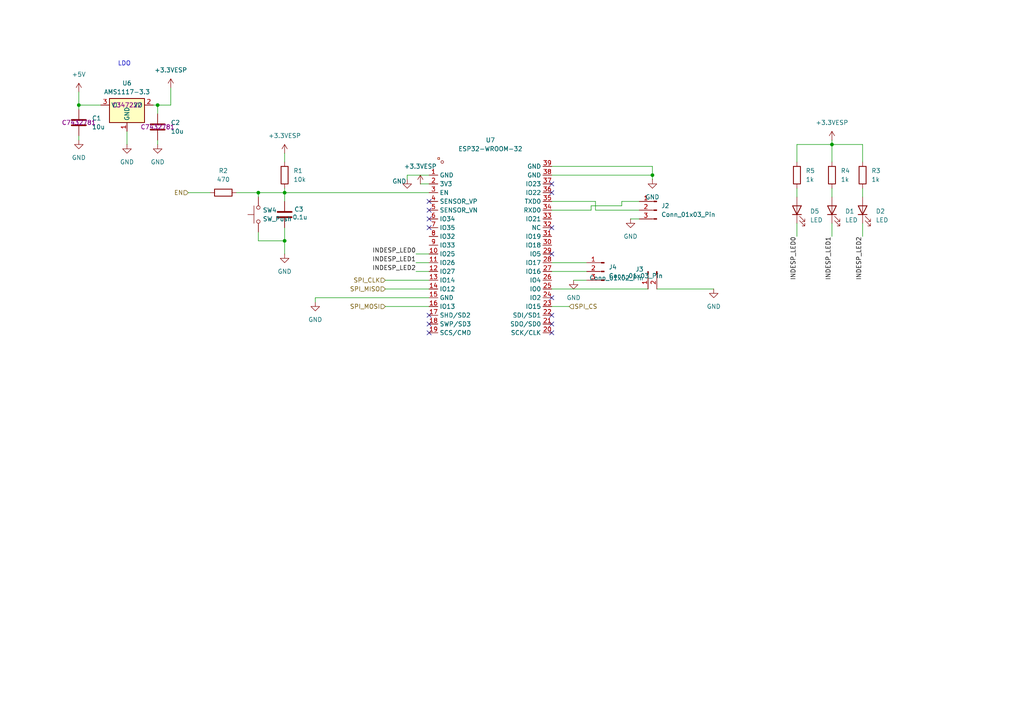
<source format=kicad_sch>
(kicad_sch (version 20250114) (generator "eeschema") (generator_version "9.0")
  (paper "A4")
  (lib_symbols
    (symbol "Connector:Conn_01x02_Pin" (pin_names (offset 1.016) (hide yes))
      (property "Reference" "J" (at 0 2.54 0))
      (property "Value" "Conn_01x02_Pin" (at 0 -5.08 0))
      (symbol "Conn_01x02_Pin_1_1"
        (rectangle (start 0.8636 0.127) (end 0 -0.127) (stroke (width 0.1524)) (fill (type outline)))
        (rectangle (start 0.8636 -2.413) (end 0 -2.667) (stroke (width 0.1524)) (fill (type outline)))
        (polyline (pts (xy 1.27 0) (xy 0.8636 0)) (stroke (width 0.1524)))
        (polyline (pts (xy 1.27 -2.54) (xy 0.8636 -2.54)) (stroke (width 0.1524)))
        (pin passive line (at 5.08 0 180) (length 3.81) (name "Pin_1") (number "1"))
        (pin passive line (at 5.08 -2.54 180) (length 3.81) (name "Pin_2") (number "2"))
      )
    )
    (symbol "Connector:Conn_01x03_Pin" (pin_names (offset 1.016) (hide yes))
      (property "Reference" "J" (at 0 5.08 0))
      (property "Value" "Conn_01x03_Pin" (at 0 -5.08 0))
      (symbol "Conn_01x03_Pin_1_1"
        (rectangle (start 0.8636 2.667) (end 0 2.413) (stroke (width 0.1524)) (fill (type outline)))
        (rectangle (start 0.8636 0.127) (end 0 -0.127) (stroke (width 0.1524)) (fill (type outline)))
        (rectangle (start 0.8636 -2.413) (end 0 -2.667) (stroke (width 0.1524)) (fill (type outline)))
        (polyline (pts (xy 1.27 2.54) (xy 0.8636 2.54)) (stroke (width 0.1524)))
        (polyline (pts (xy 1.27 0) (xy 0.8636 0)) (stroke (width 0.1524)))
        (polyline (pts (xy 1.27 -2.54) (xy 0.8636 -2.54)) (stroke (width 0.1524)))
        (pin passive line (at 5.08 2.54 180) (length 3.81) (name "Pin_1") (number "1"))
        (pin passive line (at 5.08 0 180) (length 3.81) (name "Pin_2") (number "2"))
        (pin passive line (at 5.08 -2.54 180) (length 3.81) (name "Pin_3") (number "3"))
      )
    )
    (symbol "Device:C" (pin_numbers (hide yes)) (pin_names (offset 0.254))
      (property "Reference" "C" (at 0.635 2.54 0))
      (property "Value" "C" (at 0.635 -2.54 0))
      (symbol "C_0_1"
        (polyline (pts (xy -2.032 0.762) (xy 2.032 0.762)) (stroke (width 0.508)))
        (polyline (pts (xy -2.032 -0.762) (xy 2.032 -0.762)) (stroke (width 0.508)))
      )
      (symbol "C_1_1"
        (pin passive line (at 0 3.81 270) (length 2.794) (name "~") (number "1"))
        (pin passive line (at 0 -3.81 90) (length 2.794) (name "~") (number "2"))
      )
    )
    (symbol "Device:LED" (pin_numbers (hide yes)) (pin_names (offset 1.016) (hide yes))
      (property "Reference" "D" (at 0 2.54 0))
      (property "Value" "LED" (at 0 -2.54 0))
      (symbol "LED_0_1"
        (polyline (pts (xy -3.048 -0.762) (xy -4.572 -2.286) (xy -3.81 -2.286) (xy -4.572 -2.286) (xy -4.572 -1.524)))
        (polyline (pts (xy -1.778 -0.762) (xy -3.302 -2.286) (xy -2.54 -2.286) (xy -3.302 -2.286) (xy -3.302 -1.524)))
        (polyline (pts (xy -1.27 0) (xy 1.27 0)))
        (polyline (pts (xy -1.27 -1.27) (xy -1.27 1.27)) (stroke (width 0.254)))
        (polyline (pts (xy 1.27 -1.27) (xy 1.27 1.27) (xy -1.27 0) (xy 1.27 -1.27)) (stroke (width 0.254)))
      )
      (symbol "LED_1_1"
        (pin passive line (at -3.81 0 0) (length 2.54) (name "K") (number "1"))
        (pin passive line (at 3.81 0 180) (length 2.54) (name "A") (number "2"))
      )
    )
    (symbol "Device:R" (pin_numbers (hide yes)) (pin_names (offset 0))
      (property "Reference" "R" (at 2.032 0 90))
      (property "Value" "R" (at 0 0 90))
      (symbol "R_0_1"
        (rectangle (start -1.016 -2.54) (end 1.016 2.54) (stroke (width 0.254)))
      )
      (symbol "R_1_1"
        (pin passive line (at 0 3.81 270) (length 1.27) (name "~") (number "1"))
        (pin passive line (at 0 -3.81 90) (length 1.27) (name "~") (number "2"))
      )
    )
    (symbol "EasyEDA:ESP32-WROOM-32"
      (property "Reference" "U" (at 0 30.48 0))
      (property "Value" "ESP32-WROOM-32" (at 0 -27.94 0))
      (symbol "ESP32-WROOM-32_0_1"
        (rectangle (start -15.24 27.94) (end -14.73 27.43) (fill (type background)))
        (circle (center -13.97 26.67) (radius 0.38))
        (pin unspecified line (at -17.78 22.86 0) (length 2.54) (name "GND") (number "1"))
        (pin unspecified line (at -17.78 20.32 0) (length 2.54) (name "3V3") (number "2"))
        (pin unspecified line (at -17.78 17.78 0) (length 2.54) (name "EN") (number "3"))
        (pin unspecified line (at -17.78 15.24 0) (length 2.54) (name "SENSOR_VP") (number "4"))
        (pin unspecified line (at -17.78 12.7 0) (length 2.54) (name "SENSOR_VN") (number "5"))
        (pin unspecified line (at -17.78 10.16 0) (length 2.54) (name "IO34") (number "6"))
        (pin unspecified line (at -17.78 7.62 0) (length 2.54) (name "IO35") (number "7"))
        (pin unspecified line (at -17.78 5.08 0) (length 2.54) (name "IO32") (number "8"))
        (pin unspecified line (at -17.78 2.54 0) (length 2.54) (name "IO33") (number "9"))
        (pin unspecified line (at -17.78 0 0) (length 2.54) (name "IO25") (number "10"))
        (pin unspecified line (at -17.78 -2.54 0) (length 2.54) (name "IO26") (number "11"))
        (pin unspecified line (at -17.78 -5.08 0) (length 2.54) (name "IO27") (number "12"))
        (pin unspecified line (at -17.78 -7.62 0) (length 2.54) (name "IO14") (number "13"))
        (pin unspecified line (at -17.78 -10.16 0) (length 2.54) (name "IO12") (number "14"))
        (pin unspecified line (at -17.78 -12.7 0) (length 2.54) (name "GND") (number "15"))
        (pin unspecified line (at -17.78 -15.24 0) (length 2.54) (name "IO13") (number "16"))
        (pin unspecified line (at -17.78 -17.78 0) (length 2.54) (name "SHD/SD2") (number "17"))
        (pin unspecified line (at -17.78 -20.32 0) (length 2.54) (name "SWP/SD3") (number "18"))
        (pin unspecified line (at -17.78 -22.86 0) (length 2.54) (name "SCS/CMD") (number "19"))
        (pin unspecified line (at 17.78 25.4 180) (length 2.54) (name "GND") (number "39"))
        (pin unspecified line (at 17.78 22.86 180) (length 2.54) (name "GND") (number "38"))
        (pin unspecified line (at 17.78 20.32 180) (length 2.54) (name "IO23") (number "37"))
        (pin unspecified line (at 17.78 17.78 180) (length 2.54) (name "IO22") (number "36"))
        (pin unspecified line (at 17.78 15.24 180) (length 2.54) (name "TXD0") (number "35"))
        (pin unspecified line (at 17.78 12.7 180) (length 2.54) (name "RXD0") (number "34"))
        (pin unspecified line (at 17.78 10.16 180) (length 2.54) (name "IO21") (number "33"))
        (pin unspecified line (at 17.78 7.62 180) (length 2.54) (name "NC") (number "32"))
        (pin unspecified line (at 17.78 5.08 180) (length 2.54) (name "IO19") (number "31"))
        (pin unspecified line (at 17.78 2.54 180) (length 2.54) (name "IO18") (number "30"))
        (pin unspecified line (at 17.78 0 180) (length 2.54) (name "IO5") (number "29"))
        (pin unspecified line (at 17.78 -2.54 180) (length 2.54) (name "IO17") (number "28"))
        (pin unspecified line (at 17.78 -5.08 180) (length 2.54) (name "IO16") (number "27"))
        (pin unspecified line (at 17.78 -7.62 180) (length 2.54) (name "IO4") (number "26"))
        (pin unspecified line (at 17.78 -10.16 180) (length 2.54) (name "IO0") (number "25"))
        (pin unspecified line (at 17.78 -12.7 180) (length 2.54) (name "IO2") (number "24"))
        (pin unspecified line (at 17.78 -15.24 180) (length 2.54) (name "IO15") (number "23"))
        (pin unspecified line (at 17.78 -17.78 180) (length 2.54) (name "SDI/SD1") (number "22"))
        (pin unspecified line (at 17.78 -20.32 180) (length 2.54) (name "SDO/SD0") (number "21"))
        (pin unspecified line (at 17.78 -22.86 180) (length 2.54) (name "SCK/CLK") (number "20"))
      )
    )
    (symbol "Regulator_Linear:AMS1117-3.3"
      (property "Reference" "U" (at -3.81 3.175 0))
      (property "Value" "AMS1117-3.3" (at 0 3.175 0))
      (symbol "AMS1117-3.3_0_1"
        (rectangle (start -5.08 -5.08) (end 5.08 1.905) (stroke (width 0.254)) (fill (type background)))
      )
      (symbol "AMS1117-3.3_1_1"
        (pin power_in line (at -7.62 0 0) (length 2.54) (name "VI") (number "3"))
        (pin power_in line (at 0 -7.62 90) (length 2.54) (name "GND") (number "1"))
        (pin power_out line (at 7.62 0 180) (length 2.54) (name "VO") (number "2"))
      )
    )
    (symbol "Switch:SW_Push" (pin_numbers (hide yes)) (pin_names (offset 1.016) (hide yes))
      (property "Reference" "SW" (at 1.27 2.54 0))
      (property "Value" "SW_Push" (at 0 -1.524 0))
      (symbol "SW_Push_0_1"
        (circle (center -2.032 0) (radius 0.508))
        (polyline (pts (xy 0 1.27) (xy 0 3.048)))
        (circle (center 2.032 0) (radius 0.508))
        (polyline (pts (xy 2.54 1.27) (xy -2.54 1.27)))
        (pin passive line (at -5.08 0 0) (length 2.54) (name "1") (number "1"))
        (pin passive line (at 5.08 0 180) (length 2.54) (name "2") (number "2"))
      )
    )
    (symbol "power:+3.3V" (power) (pin_numbers (hide yes)) (pin_names (offset 0) (hide yes))
      (property "Value" "+3.3V" (at 0 3.556 0))
      (symbol "+3.3V_0_1"
        (polyline (pts (xy -0.762 1.27) (xy 0 2.54)))
        (polyline (pts (xy 0 2.54) (xy 0.762 1.27)))
        (polyline (pts (xy 0 0) (xy 0 2.54)))
      )
      (symbol "+3.3V_1_1"
        (pin power_in line (at 0 0 90) (length 0) (name "~") (number "1"))
      )
    )
    (symbol "power:+5V" (power) (pin_numbers (hide yes)) (pin_names (offset 0) (hide yes))
      (property "Value" "+5V" (at 0 3.556 0))
      (symbol "+5V_0_1"
        (polyline (pts (xy -0.762 1.27) (xy 0 2.54)))
        (polyline (pts (xy 0 2.54) (xy 0.762 1.27)))
        (polyline (pts (xy 0 0) (xy 0 2.54)))
      )
      (symbol "+5V_1_1"
        (pin power_in line (at 0 0 90) (length 0) (name "~") (number "1"))
      )
    )
    (symbol "power:GND" (power) (pin_numbers (hide yes)) (pin_names (offset 0) (hide yes))
      (property "Value" "GND" (at 0 -3.81 0))
      (symbol "GND_0_1"
        (polyline (pts (xy 0 0) (xy 0 -1.27) (xy 1.27 -1.27) (xy 0 -2.54) (xy -1.27 -1.27) (xy 0 -1.27)))
      )
      (symbol "GND_1_1"
        (pin power_in line (at 0 0 270) (length 0) (name "~") (number "1"))
      )
    )
  )
  (text "LDO" (at 36.068 18.542 0) (effects (font (size 1.27 1.27))))
  (junction (at 74.93 55.88))
  (junction (at 82.55 69.85))
  (junction (at 189.23 50.8))
  (junction (at 241.3 41.91))
  (junction (at 45.72 30.48))
  (junction (at 82.55 55.88))
  (junction (at 22.86 30.48))
  (no_connect (at 160.02 66.04))
  (no_connect (at 160.02 86.36))
  (no_connect (at 124.46 96.52))
  (no_connect (at 124.46 60.96))
  (no_connect (at 124.46 91.44))
  (no_connect (at 160.02 53.34))
  (no_connect (at 160.02 73.66))
  (no_connect (at 160.02 93.98))
  (no_connect (at 124.46 66.04))
  (no_connect (at 160.02 55.88))
  (no_connect (at 160.02 91.44))
  (no_connect (at 124.46 93.98))
  (no_connect (at 124.46 63.5))
  (no_connect (at 124.46 58.42))
  (no_connect (at 160.02 96.52))
  (wire (pts (xy 68.58 55.88) (xy 74.93 55.88)))
  (wire (pts (xy 180.34 58.42) (xy 185.42 58.42)))
  (wire (pts (xy 250.19 54.61) (xy 250.19 57.15)))
  (wire (pts (xy 171.45 59.69) (xy 180.34 59.69)))
  (wire (pts (xy 231.14 46.99) (xy 231.14 41.91)))
  (wire (pts (xy 111.76 81.28) (xy 124.46 81.28)))
  (wire (pts (xy 36.83 38.1) (xy 36.83 41.91)))
  (wire (pts (xy 241.3 54.61) (xy 241.3 57.15)))
  (wire (pts (xy 160.02 50.8) (xy 189.23 50.8)))
  (wire (pts (xy 45.72 40.64) (xy 45.72 41.91)))
  (wire (pts (xy 124.46 86.36) (xy 91.44 86.36)))
  (wire (pts (xy 160.02 88.9) (xy 165.1 88.9)))
  (wire (pts (xy 45.72 30.48) (xy 44.45 30.48)))
  (wire (pts (xy 190.5 83.82) (xy 207.01 83.82)))
  (wire (pts (xy 160.02 58.42) (xy 172.72 58.42)))
  (wire (pts (xy 160.02 78.74) (xy 170.18 78.74)))
  (wire (pts (xy 241.3 40.64) (xy 241.3 41.91)))
  (wire (pts (xy 74.93 55.88) (xy 82.55 55.88)))
  (wire (pts (xy 241.3 41.91) (xy 241.3 46.99)))
  (wire (pts (xy 189.23 52.07) (xy 189.23 50.8)))
  (wire (pts (xy 82.55 69.85) (xy 82.55 73.66)))
  (wire (pts (xy 121.92 53.34) (xy 124.46 53.34)))
  (wire (pts (xy 182.88 63.5) (xy 185.42 63.5)))
  (wire (pts (xy 82.55 55.88) (xy 82.55 58.42)))
  (wire (pts (xy 22.86 30.48) (xy 22.86 31.75)))
  (wire (pts (xy 74.93 55.88) (xy 74.93 57.15)))
  (wire (pts (xy 111.76 88.9) (xy 124.46 88.9)))
  (wire (pts (xy 172.72 60.96) (xy 185.42 60.96)))
  (wire (pts (xy 160.02 83.82) (xy 187.96 83.82)))
  (wire (pts (xy 231.14 64.77) (xy 231.14 68.58)))
  (wire (pts (xy 160.02 60.96) (xy 171.45 60.96)))
  (wire (pts (xy 82.55 55.88) (xy 124.46 55.88)))
  (wire (pts (xy 74.93 67.31) (xy 74.93 69.85)))
  (wire (pts (xy 166.37 81.28) (xy 170.18 81.28)))
  (wire (pts (xy 160.02 48.26) (xy 189.23 48.26)))
  (wire (pts (xy 49.53 25.4) (xy 49.53 30.48)))
  (wire (pts (xy 82.55 66.04) (xy 82.55 69.85)))
  (wire (pts (xy 111.76 83.82) (xy 124.46 83.82)))
  (wire (pts (xy 250.19 46.99) (xy 250.19 41.91)))
  (wire (pts (xy 82.55 44.45) (xy 82.55 46.99)))
  (wire (pts (xy 189.23 48.26) (xy 189.23 50.8)))
  (wire (pts (xy 54.61 55.88) (xy 60.96 55.88)))
  (wire (pts (xy 231.14 54.61) (xy 231.14 57.15)))
  (wire (pts (xy 22.86 39.37) (xy 22.86 40.64)))
  (wire (pts (xy 171.45 60.96) (xy 171.45 59.69)))
  (wire (pts (xy 22.86 26.67) (xy 22.86 30.48)))
  (wire (pts (xy 45.72 33.02) (xy 45.72 30.48)))
  (wire (pts (xy 118.11 50.8) (xy 118.11 52.07)))
  (wire (pts (xy 74.93 69.85) (xy 82.55 69.85)))
  (wire (pts (xy 82.55 54.61) (xy 82.55 55.88)))
  (wire (pts (xy 124.46 78.74) (xy 120.65 78.74)))
  (wire (pts (xy 231.14 41.91) (xy 241.3 41.91)))
  (wire (pts (xy 180.34 59.69) (xy 180.34 58.42)))
  (wire (pts (xy 124.46 50.8) (xy 118.11 50.8)))
  (wire (pts (xy 160.02 76.2) (xy 170.18 76.2)))
  (wire (pts (xy 172.72 58.42) (xy 172.72 60.96)))
  (wire (pts (xy 124.46 73.66) (xy 120.65 73.66)))
  (wire (pts (xy 250.19 64.77) (xy 250.19 68.58)))
  (wire (pts (xy 124.46 76.2) (xy 120.65 76.2)))
  (wire (pts (xy 22.86 30.48) (xy 29.21 30.48)))
  (wire (pts (xy 91.44 86.36) (xy 91.44 87.63)))
  (wire (pts (xy 241.3 41.91) (xy 250.19 41.91)))
  (wire (pts (xy 45.72 30.48) (xy 49.53 30.48)))
  (wire (pts (xy 241.3 64.77) (xy 241.3 68.58)))
  (label "INDESP_LED0" (at 120.65 73.66 180))
  (label "INDESP_LED2" (at 250.19 68.58 270))
  (label "INDESP_LED0" (at 231.14 68.58 270))
  (label "INDESP_LED1" (at 241.3 68.58 270))
  (label "INDESP_LED2" (at 120.65 78.74 180))
  (label "INDESP_LED1" (at 120.65 76.2 180))
  (hierarchical_label "SPI_CS" (shape input) (at 165.1 88.9 0))
  (hierarchical_label "SPI_MISO" (shape input) (at 111.76 83.82 180))
  (hierarchical_label "SPI_MOSI" (shape input) (at 111.76 88.9 180))
  (hierarchical_label "EN" (shape input) (at 54.61 55.88 180))
  (hierarchical_label "SPI_CLK" (shape input) (at 111.76 81.28 180))
  (symbol (lib_id "power:GND") (at 36.83 41.91 0) (unit 1)
    (property "Reference" "#PWR014" (effects (hide yes)))
    (property "Value" "GND" (at 36.83 46.99 0))
    (property "Description" "Power symbol creates a global label with name \"GND\" , ground" (effects (hide yes)))
  )
  (symbol (lib_id "power:+3.3V") (at 241.3 40.64 0) (unit 1)
    (property "Reference" "#PWR023" (effects (hide yes)))
    (property "Value" "+3.3VESP" (at 241.3 35.56 0))
    (property "Description" "Power symbol creates a global label with name \"+3.3V\"" (effects (hide yes)))
  )
  (symbol (lib_id "Connector:Conn_01x02_Pin") (at 187.96 78.74 90) (mirror x) (unit 1)
    (property "Reference" "J3" (at 186.69 78.1049 90) (effects (justify left)))
    (property "Value" "Conn_01x02_Pin" (at 186.69 80.6449 90) (effects (justify left)))
    (property "Footprint" "Connector_PinHeader_2.54mm:PinHeader_1x02_P2.54mm_Horizontal" (effects (hide yes)))
    (property "Description" "Generic connector, single row, 01x02, script generated" (effects (hide yes)))
  )
  (symbol (lib_id "Device:LED") (at 231.14 60.96 90) (unit 1)
    (property "Reference" "D5" (at 234.95 61.2774 90) (effects (justify right)))
    (property "Value" "LED" (at 234.95 63.8174 90) (effects (justify right)))
    (property "Footprint" "LED_SMD:LED_1206_3216Metric_Pad1.42x1.75mm_HandSolder" (effects (hide yes)))
    (property "Description" "Light emitting diode" (effects (hide yes)))
    (property "Sim.Pins" "1=K 2=A" (effects (hide yes)))
  )
  (symbol (lib_id "power:GND") (at 118.11 52.07 0) (unit 1)
    (property "Reference" "#PWR07" (effects (hide yes)))
    (property "Value" "GND" (at 115.824 52.578 0))
    (property "Description" "Power symbol creates a global label with name \"GND\" , ground" (effects (hide yes)))
  )
  (symbol (lib_id "Device:C") (at 45.72 36.83 0) (unit 1)
    (property "Reference" "C2" (at 49.53 35.5599 0) (effects (justify left)))
    (property "Value" "10u" (at 49.53 38.0999 0) (effects (justify left)))
    (property "Footprint" "Capacitor_SMD:C_1206_3216Metric_Pad1.33x1.80mm_HandSolder" (effects (hide yes)))
    (property "Description" "Unpolarized capacitor" (effects (hide yes)))
    (property "LCSC Part" "C7432781" (at 45.72 36.83 0))
  )
  (symbol (lib_id "power:+3.3V") (at 82.55 44.45 0) (unit 1)
    (property "Reference" "#PWR022" (effects (hide yes)))
    (property "Value" "+3.3VESP" (at 82.55 39.37 0))
    (property "Description" "Power symbol creates a global label with name \"+3.3V\"" (effects (hide yes)))
  )
  (symbol (lib_id "power:GND") (at 22.86 40.64 0) (unit 1)
    (property "Reference" "#PWR013" (effects (hide yes)))
    (property "Value" "GND" (at 22.86 45.72 0))
    (property "Description" "Power symbol creates a global label with name \"GND\" , ground" (effects (hide yes)))
  )
  (symbol (lib_id "Device:LED") (at 241.3 60.96 90) (unit 1)
    (property "Reference" "D1" (at 245.11 61.2774 90) (effects (justify right)))
    (property "Value" "LED" (at 245.11 63.8174 90) (effects (justify right)))
    (property "Footprint" "LED_SMD:LED_1206_3216Metric_Pad1.42x1.75mm_HandSolder" (effects (hide yes)))
    (property "Description" "Light emitting diode" (effects (hide yes)))
    (property "Sim.Pins" "1=K 2=A" (effects (hide yes)))
  )
  (symbol (lib_id "Device:C") (at 82.55 62.23 0) (unit 1)
    (property "Reference" "C3" (at 85.344 60.706 0) (effects (justify left)))
    (property "Value" "0.1u" (at 84.836 62.992 0) (effects (justify left)))
    (property "Footprint" "Capacitor_SMD:C_1206_3216Metric_Pad1.33x1.80mm_HandSolder" (effects (hide yes)))
    (property "Description" "Unpolarized capacitor" (effects (hide yes)))
  )
  (symbol (lib_id "EasyEDA:ESP32-WROOM-32") (at 142.24 73.66 0) (unit 1)
    (property "Reference" "U7" (at 142.24 40.64 0))
    (property "Value" "ESP32-WROOM-32" (at 142.24 43.18 0))
    (property "Footprint" "EasyEDA:WIFIM-SMD_ESP32-WROOM-32-N4" (effects (hide yes)))
    (property "Datasheet" "https://lcsc.com/product-detail/WIFI-Modules_ESP-32S_C82899.html" (effects (hide yes)))
    (property "LCSC Part" "C82899" (effects (hide yes)))
  )
  (symbol (lib_id "power:+3.3V") (at 49.53 25.4 0) (unit 1)
    (property "Reference" "#PWR016" (effects (hide yes)))
    (property "Value" "+3.3VESP" (at 49.53 20.32 0))
    (property "Description" "Power symbol creates a global label with name \"+3.3V\"" (effects (hide yes)))
  )
  (symbol (lib_id "power:GND") (at 182.88 63.5 0) (unit 1)
    (property "Reference" "#PWR011" (effects (hide yes)))
    (property "Value" "GND" (at 182.88 68.58 0))
    (property "Description" "Power symbol creates a global label with name \"GND\" , ground" (effects (hide yes)))
  )
  (symbol (lib_id "power:+5V") (at 22.86 26.67 0) (unit 1)
    (property "Reference" "#PWR012" (effects (hide yes)))
    (property "Value" "+5V" (at 22.86 21.59 0))
    (property "Description" "Power symbol creates a global label with name \"+5V\"" (effects (hide yes)))
  )
  (symbol (lib_id "Device:C") (at 22.86 35.56 0) (unit 1)
    (property "Reference" "C1" (at 26.67 34.2899 0) (effects (justify left)))
    (property "Value" "10u" (at 26.67 36.8299 0) (effects (justify left)))
    (property "Footprint" "Capacitor_SMD:C_1206_3216Metric_Pad1.33x1.80mm_HandSolder" (effects (hide yes)))
    (property "Description" "Unpolarized capacitor" (effects (hide yes)))
    (property "LCSC Part" "C7432781" (at 22.86 35.56 0))
  )
  (symbol (lib_id "Connector:Conn_01x03_Pin") (at 175.26 78.74 0) (mirror y) (unit 1)
    (property "Reference" "J4" (at 176.53 77.4699 0) (effects (justify right)))
    (property "Value" "Conn_01x03_Pin" (at 176.53 80.0099 0) (effects (justify right)))
    (property "Footprint" "Connector_PinHeader_2.54mm:PinHeader_1x03_P2.54mm_Horizontal" (effects (hide yes)))
    (property "Description" "Generic connector, single row, 01x03, script generated" (effects (hide yes)))
  )
  (symbol (lib_id "power:GND") (at 189.23 52.07 0) (unit 1)
    (property "Reference" "#PWR09" (effects (hide yes)))
    (property "Value" "GND" (at 189.23 57.15 0))
    (property "Description" "Power symbol creates a global label with name \"GND\" , ground" (effects (hide yes)))
  )
  (symbol (lib_id "Device:R") (at 250.19 50.8 0) (unit 1)
    (property "Reference" "R3" (at 252.73 49.5299 0) (effects (justify left)))
    (property "Value" "1k" (at 252.73 52.0699 0) (effects (justify left)))
    (property "Footprint" "Resistor_SMD:R_1206_3216Metric_Pad1.30x1.75mm_HandSolder" (effects (hide yes)))
    (property "Description" "Resistor" (effects (hide yes)))
  )
  (symbol (lib_id "Device:R") (at 82.55 50.8 0) (unit 1)
    (property "Reference" "R1" (at 85.09 49.5299 0) (effects (justify left)))
    (property "Value" "10k" (at 85.09 52.0699 0) (effects (justify left)))
    (property "Footprint" "Resistor_SMD:R_1206_3216Metric_Pad1.30x1.75mm_HandSolder" (effects (hide yes)))
    (property "Description" "Resistor" (effects (hide yes)))
  )
  (symbol (lib_id "power:GND") (at 82.55 73.66 0) (unit 1)
    (property "Reference" "#PWR021" (effects (hide yes)))
    (property "Value" "GND" (at 82.55 78.74 0))
    (property "Description" "Power symbol creates a global label with name \"GND\" , ground" (effects (hide yes)))
  )
  (symbol (lib_id "Regulator_Linear:AMS1117-3.3") (at 36.83 30.48 0) (unit 1)
    (property "Reference" "U6" (at 36.83 24.13 0))
    (property "Value" "AMS1117-3.3" (at 36.83 26.67 0))
    (property "Footprint" "Package_TO_SOT_SMD:SOT-223-3_TabPin2" (effects (hide yes)))
    (property "Datasheet" "http://www.advanced-monolithic.com/pdf/ds1117.pdf" (effects (hide yes)))
    (property "Description" "1A Low Dropout regulator, positive, 3.3V fixed output, SOT-223" (effects (hide yes)))
    (property "LCSC Part" "C347222" (at 36.83 30.48 0))
  )
  (symbol (lib_id "power:GND") (at 91.44 87.63 0) (unit 1)
    (property "Reference" "#PWR08" (effects (hide yes)))
    (property "Value" "GND" (at 91.44 92.71 0))
    (property "Description" "Power symbol creates a global label with name \"GND\" , ground" (effects (hide yes)))
  )
  (symbol (lib_id "Device:R") (at 231.14 50.8 0) (unit 1)
    (property "Reference" "R5" (at 233.68 49.5299 0) (effects (justify left)))
    (property "Value" "1k" (at 233.68 52.0699 0) (effects (justify left)))
    (property "Footprint" "Resistor_SMD:R_1206_3216Metric_Pad1.30x1.75mm_HandSolder" (effects (hide yes)))
    (property "Description" "Resistor" (effects (hide yes)))
  )
  (symbol (lib_id "Switch:SW_Push") (at 74.93 62.23 90) (unit 1)
    (property "Reference" "SW4" (at 76.2 60.9599 90) (effects (justify right)))
    (property "Value" "SW_Push" (at 76.2 63.4999 90) (effects (justify right)))
    (property "Footprint" "Button_Switch_SMD:SW_SPST_CK_RS282G05A3" (effects (hide yes)))
    (property "Description" "Push button switch, generic, two pins" (effects (hide yes)))
  )
  (symbol (lib_id "Device:LED") (at 250.19 60.96 90) (unit 1)
    (property "Reference" "D2" (at 254 61.2774 90) (effects (justify right)))
    (property "Value" "LED" (at 254 63.8174 90) (effects (justify right)))
    (property "Footprint" "LED_SMD:LED_1206_3216Metric_Pad1.42x1.75mm_HandSolder" (effects (hide yes)))
    (property "Description" "Light emitting diode" (effects (hide yes)))
    (property "Sim.Pins" "1=K 2=A" (effects (hide yes)))
  )
  (symbol (lib_id "power:GND") (at 166.37 81.28 0) (unit 1)
    (property "Reference" "#PWR032" (effects (hide yes)))
    (property "Value" "GND" (at 166.37 86.36 0))
    (property "Description" "Power symbol creates a global label with name \"GND\" , ground" (effects (hide yes)))
  )
  (symbol (lib_id "power:+3.3V") (at 121.92 53.34 0) (unit 1)
    (property "Reference" "#PWR017" (effects (hide yes)))
    (property "Value" "+3.3VESP" (at 121.92 48.26 0))
    (property "Description" "Power symbol creates a global label with name \"+3.3V\"" (effects (hide yes)))
  )
  (symbol (lib_id "Device:R") (at 64.77 55.88 90) (unit 1)
    (property "Reference" "R2" (at 64.77 49.53 90))
    (property "Value" "470" (at 64.77 52.07 90))
    (property "Footprint" "Resistor_SMD:R_1206_3216Metric_Pad1.30x1.75mm_HandSolder" (effects (hide yes)))
    (property "Description" "Resistor" (effects (hide yes)))
  )
  (symbol (lib_id "Device:R") (at 241.3 50.8 0) (unit 1)
    (property "Reference" "R4" (at 243.84 49.5299 0) (effects (justify left)))
    (property "Value" "1k" (at 243.84 52.0699 0) (effects (justify left)))
    (property "Footprint" "Resistor_SMD:R_1206_3216Metric_Pad1.30x1.75mm_HandSolder" (effects (hide yes)))
    (property "Description" "Resistor" (effects (hide yes)))
  )
  (symbol (lib_id "Connector:Conn_01x03_Pin") (at 190.5 60.96 0) (mirror y) (unit 1)
    (property "Reference" "J2" (at 191.77 59.6899 0) (effects (justify right)))
    (property "Value" "Conn_01x03_Pin" (at 191.77 62.2299 0) (effects (justify right)))
    (property "Footprint" "Connector_PinHeader_2.54mm:PinHeader_1x03_P2.54mm_Horizontal" (effects (hide yes)))
    (property "Description" "Generic connector, single row, 01x03, script generated" (effects (hide yes)))
  )
  (symbol (lib_id "power:GND") (at 207.01 83.82 0) (unit 1)
    (property "Reference" "#PWR018" (effects (hide yes)))
    (property "Value" "GND" (at 207.01 88.9 0))
    (property "Description" "Power symbol creates a global label with name \"GND\" , ground" (effects (hide yes)))
  )
  (symbol (lib_id "power:GND") (at 45.72 41.91 0) (unit 1)
    (property "Reference" "#PWR015" (effects (hide yes)))
    (property "Value" "GND" (at 45.72 46.99 0))
    (property "Description" "Power symbol creates a global label with name \"GND\" , ground" (effects (hide yes)))
  )
)
</source>
